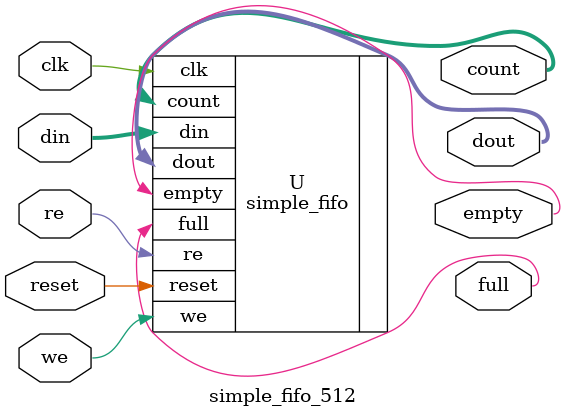
<source format=v>
`default_nettype none

module simple_fifo_512 #(parameter WIDTH = 512, parameter DEPTH = 8)
   (
    input wire 		   clk,
    input wire 		   reset,
   
    input wire 		   we,	//write enable
    input wire [WIDTH-1:0] din, //data in
    input wire 		   re,  
    //output reg [WIDTH-1:0] dout,
    output wire [WIDTH-1:0] dout,
    output wire		   empty,
    output wire		   full,
    output wire [WIDTH-1:0] count
    );
   
    simple_fifo#(.WIDTH(WIDTH), .DEPTH(DEPTH)) U(
	.clk(clk),
	.reset(reset),
	.we(we),
	.din(din),
	.re(re),
	.dout(dout),
	.empty(empty),
	.full(full),
	.count(count)
    );
	
endmodule
`default_nettype wire

</source>
